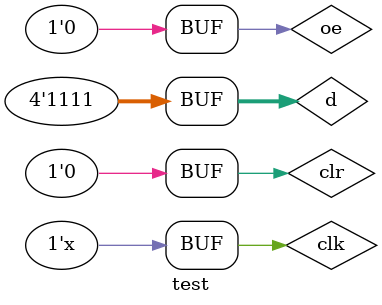
<source format=v>
`timescale 1ns / 1ps


module test;

	// Inputs
	reg [3:0] d;
	reg clk;
	reg oe;
	reg clr;

	// Outputs
	wire [3:0] q;

	// Instantiate the Unit Under Test (UUT)
	jicunqi uut (
		.d(d), 
		.clk(clk), 
		.oe(oe), 
		.clr(clr), 
		.q(q)
	);

	initial begin
		// Initialize Inputs
		d = 0;
		clk = 0;
		oe = 0;
		clr = 1;

		// Wait 100 ns for global reset to finish
		#100;
		d = 4'b1011;
		oe = 0;
		clr = 0;

		// Wait 100 ns for global reset to finish
		#100;
		d = 4'b1011;
		oe = 0;
		clr = 1;

		// Wait 100 ns for global reset to finish
		#100;
		d = 4'b1001;
		oe = 1;
		clr = 0;

		// Wait 100 ns for global reset to finish
		#100;
		d = 4'b1001;
		oe = 0;
		clr = 0;

		// Wait 100 ns for global reset to finish
		#100;
		d = 4'b1101;
		oe = 0;
		clr = 0;

		// Wait 100 ns for global reset to finish
		#100;
		d = 4'b1111;
		oe = 0;
		clr = 0;

		// Wait 100 ns for global reset to finish
		#100;
		// Add stimulus here

	end
   always #20 clk = ~clk; 
endmodule


</source>
